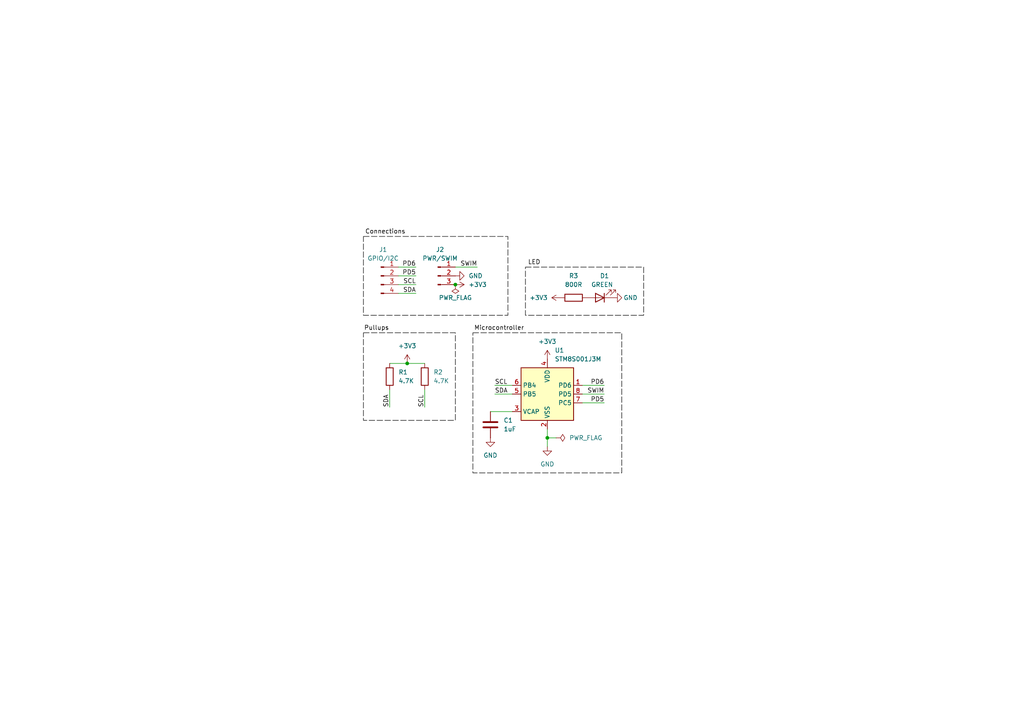
<source format=kicad_sch>
(kicad_sch (version 20250114) (generator "eeschema") (generator_version "9.0")
  (paper "A4")
  (title_block (title "STM8S001J3 | Developement board") (date "2025-11-21") (rev "1"))
  (lib_symbols
    (symbol "Connector:Conn_01x03_Pin" (pin_names (offset 1.016) (hide yes))
      (property "Reference" "J" (at 0 5.08 0))
      (property "Value" "Conn_01x03_Pin" (at 0 -5.08 0))
      (symbol "Conn_01x03_Pin_1_1"
        (rectangle (start 0.8636 2.667) (end 0 2.413) (stroke (width 0.1524)) (fill (type outline)))
        (rectangle (start 0.8636 0.127) (end 0 -0.127) (stroke (width 0.1524)) (fill (type outline)))
        (rectangle (start 0.8636 -2.413) (end 0 -2.667) (stroke (width 0.1524)) (fill (type outline)))
        (polyline (pts (xy 1.27 2.54) (xy 0.8636 2.54)) (stroke (width 0.1524)))
        (polyline (pts (xy 1.27 0) (xy 0.8636 0)) (stroke (width 0.1524)))
        (polyline (pts (xy 1.27 -2.54) (xy 0.8636 -2.54)) (stroke (width 0.1524)))
        (pin passive line (at 5.08 2.54 180) (length 3.81) (name "Pin_1") (number "1"))
        (pin passive line (at 5.08 0 180) (length 3.81) (name "Pin_2") (number "2"))
        (pin passive line (at 5.08 -2.54 180) (length 3.81) (name "Pin_3") (number "3"))
      )
    )
    (symbol "Connector:Conn_01x04_Pin" (pin_names (offset 1.016) (hide yes))
      (property "Reference" "J" (at 0 5.08 0))
      (property "Value" "Conn_01x04_Pin" (at 0 -7.62 0))
      (symbol "Conn_01x04_Pin_1_1"
        (rectangle (start 0.8636 2.667) (end 0 2.413) (stroke (width 0.1524)) (fill (type outline)))
        (rectangle (start 0.8636 0.127) (end 0 -0.127) (stroke (width 0.1524)) (fill (type outline)))
        (rectangle (start 0.8636 -2.413) (end 0 -2.667) (stroke (width 0.1524)) (fill (type outline)))
        (rectangle (start 0.8636 -4.953) (end 0 -5.207) (stroke (width 0.1524)) (fill (type outline)))
        (polyline (pts (xy 1.27 2.54) (xy 0.8636 2.54)) (stroke (width 0.1524)))
        (polyline (pts (xy 1.27 0) (xy 0.8636 0)) (stroke (width 0.1524)))
        (polyline (pts (xy 1.27 -2.54) (xy 0.8636 -2.54)) (stroke (width 0.1524)))
        (polyline (pts (xy 1.27 -5.08) (xy 0.8636 -5.08)) (stroke (width 0.1524)))
        (pin passive line (at 5.08 2.54 180) (length 3.81) (name "Pin_1") (number "1"))
        (pin passive line (at 5.08 0 180) (length 3.81) (name "Pin_2") (number "2"))
        (pin passive line (at 5.08 -2.54 180) (length 3.81) (name "Pin_3") (number "3"))
        (pin passive line (at 5.08 -5.08 180) (length 3.81) (name "Pin_4") (number "4"))
      )
    )
    (symbol "Device:C" (pin_numbers (hide yes)) (pin_names (offset 0.254))
      (property "Reference" "C" (at 0.635 2.54 0))
      (property "Value" "C" (at 0.635 -2.54 0))
      (symbol "C_0_1"
        (polyline (pts (xy -2.032 0.762) (xy 2.032 0.762)) (stroke (width 0.508)))
        (polyline (pts (xy -2.032 -0.762) (xy 2.032 -0.762)) (stroke (width 0.508)))
      )
      (symbol "C_1_1"
        (pin passive line (at 0 3.81 270) (length 2.794) (name "~") (number "1"))
        (pin passive line (at 0 -3.81 90) (length 2.794) (name "~") (number "2"))
      )
    )
    (symbol "Device:LED" (pin_numbers (hide yes)) (pin_names (offset 1.016) (hide yes))
      (property "Reference" "D" (at 0 2.54 0))
      (property "Value" "LED" (at 0 -2.54 0))
      (symbol "LED_0_1"
        (polyline (pts (xy -3.048 -0.762) (xy -4.572 -2.286) (xy -3.81 -2.286) (xy -4.572 -2.286) (xy -4.572 -1.524)))
        (polyline (pts (xy -1.778 -0.762) (xy -3.302 -2.286) (xy -2.54 -2.286) (xy -3.302 -2.286) (xy -3.302 -1.524)))
        (polyline (pts (xy -1.27 0) (xy 1.27 0)))
        (polyline (pts (xy -1.27 -1.27) (xy -1.27 1.27)) (stroke (width 0.254)))
        (polyline (pts (xy 1.27 -1.27) (xy 1.27 1.27) (xy -1.27 0) (xy 1.27 -1.27)) (stroke (width 0.254)))
      )
      (symbol "LED_1_1"
        (pin passive line (at -3.81 0 0) (length 2.54) (name "K") (number "1"))
        (pin passive line (at 3.81 0 180) (length 2.54) (name "A") (number "2"))
      )
    )
    (symbol "Device:R" (pin_numbers (hide yes)) (pin_names (offset 0))
      (property "Reference" "R" (at 2.032 0 90))
      (property "Value" "R" (at 0 0 90))
      (symbol "R_0_1"
        (rectangle (start -1.016 -2.54) (end 1.016 2.54) (stroke (width 0.254)))
      )
      (symbol "R_1_1"
        (pin passive line (at 0 3.81 270) (length 1.27) (name "~") (number "1"))
        (pin passive line (at 0 -3.81 90) (length 1.27) (name "~") (number "2"))
      )
    )
    (symbol "MCU_ST_STM8:STM8S001J3M"
      (property "Reference" "U" (at 1.27 11.43 0))
      (property "Value" "STM8S001J3M" (at 1.27 8.89 0))
      (symbol "STM8S001J3M_0_1"
        (rectangle (start -7.62 7.62) (end 7.62 -7.62) (stroke (width 0.254)) (fill (type background)))
      )
      (symbol "STM8S001J3M_1_1"
        (pin bidirectional line (at -10.16 2.54 0) (length 2.54) (name "PB4") (number "6"))
        (pin bidirectional line (at -10.16 0 0) (length 2.54) (name "PB5") (number "5"))
        (pin passive line (at -10.16 -5.08 0) (length 2.54) (name "VCAP") (number "3"))
        (pin power_in line (at 0 10.16 270) (length 2.54) (name "VDD") (number "4"))
        (pin power_in line (at 0 -10.16 90) (length 2.54) (name "VSS") (number "2"))
        (pin bidirectional line (at 10.16 2.54 180) (length 2.54) (name "PD6") (number "1"))
        (pin bidirectional line (at 10.16 0 180) (length 2.54) (name "PD5") (number "8"))
        (pin bidirectional line (at 10.16 -2.54 180) (length 2.54) (name "PC5") (number "7"))
      )
    )
    (symbol "power:+5V" (power) (pin_numbers (hide yes)) (pin_names (offset 0) (hide yes))
      (property "Value" "+5V" (at 0 3.556 0))
      (symbol "+5V_0_1"
        (polyline (pts (xy -0.762 1.27) (xy 0 2.54)))
        (polyline (pts (xy 0 2.54) (xy 0.762 1.27)))
        (polyline (pts (xy 0 0) (xy 0 2.54)))
      )
      (symbol "+5V_1_1"
        (pin power_in line (at 0 0 90) (length 0) (name "~") (number "1"))
      )
    )
    (symbol "power:GND" (power) (pin_numbers (hide yes)) (pin_names (offset 0) (hide yes))
      (property "Value" "GND" (at 0 -3.81 0))
      (symbol "GND_0_1"
        (polyline (pts (xy 0 0) (xy 0 -1.27) (xy 1.27 -1.27) (xy 0 -2.54) (xy -1.27 -1.27) (xy 0 -1.27)))
      )
      (symbol "GND_1_1"
        (pin power_in line (at 0 0 270) (length 0) (name "~") (number "1"))
      )
    )
    (symbol "power:PWR_FLAG" (power) (pin_numbers (hide yes)) (pin_names (offset 0) (hide yes))
      (property "Value" "PWR_FLAG" (at 0 3.81 0))
      (symbol "PWR_FLAG_0_0"
        (pin power_out line (at 0 0 90) (length 0) (name "~") (number "1"))
      )
      (symbol "PWR_FLAG_0_1"
        (polyline (pts (xy 0 0) (xy 0 1.27) (xy -1.016 1.905) (xy 0 2.54) (xy 1.016 1.905) (xy 0 1.27)))
      )
    )
  )
  (rectangle (start 105.41 96.52) (end 132.08 121.92) (stroke (width 0) (type dash) (color 0 0 0 1)))
  (rectangle (start 105.41 68.58) (end 147.32 91.44) (stroke (width 0) (type dash) (color 0 0 0 1)))
  (rectangle (start 152.4 77.47) (end 186.69 91.44) (stroke (width 0) (type dash) (color 0 0 0 1)))
  (rectangle (start 137.16 96.52) (end 180.34 137.16) (stroke (width 0) (type dash) (color 0 0 0 1)))
  (text "Connections" (at 111.76 67.31 0) (effects (font (size 1.27 1.27))))
  (text "Microcontroller" (at 144.78 95.25 0) (effects (font (size 1.27 1.27))))
  (text "Pullups" (at 109.22 95.25 0) (effects (font (size 1.27 1.27))))
  (text "LED" (at 154.94 76.2 0) (effects (font (size 1.27 1.27))))
  (junction (at 118.11 105.41))
  (junction (at 132.08 82.55))
  (junction (at 158.75 127))
  (wire (pts (xy 113.03 113.03) (xy 113.03 118.11)))
  (wire (pts (xy 168.91 116.84) (xy 175.26 116.84)))
  (wire (pts (xy 115.57 80.01) (xy 120.65 80.01)))
  (wire (pts (xy 143.51 111.76) (xy 148.59 111.76)))
  (wire (pts (xy 158.75 127) (xy 158.75 124.46)))
  (wire (pts (xy 148.59 119.38) (xy 142.24 119.38)))
  (wire (pts (xy 158.75 129.54) (xy 158.75 127)))
  (wire (pts (xy 118.11 105.41) (xy 123.19 105.41)))
  (wire (pts (xy 143.51 114.3) (xy 148.59 114.3)))
  (wire (pts (xy 168.91 114.3) (xy 175.26 114.3)))
  (wire (pts (xy 115.57 85.09) (xy 120.65 85.09)))
  (wire (pts (xy 132.08 77.47) (xy 138.43 77.47)))
  (wire (pts (xy 158.75 127) (xy 161.29 127)))
  (wire (pts (xy 168.91 111.76) (xy 175.26 111.76)))
  (wire (pts (xy 115.57 82.55) (xy 120.65 82.55)))
  (wire (pts (xy 113.03 105.41) (xy 118.11 105.41)))
  (wire (pts (xy 115.57 77.47) (xy 120.65 77.47)))
  (wire (pts (xy 123.19 113.03) (xy 123.19 118.11)))
  (label "SCL" (at 123.19 118.11 90))
  (label "SDA" (at 113.03 118.11 90))
  (label "SCL" (at 120.65 82.55 180))
  (label "PD5" (at 120.65 80.01 180))
  (label "SDA" (at 120.65 85.09 180))
  (label "PD6" (at 175.26 111.76 180))
  (label "PD6" (at 120.65 77.47 180))
  (label "SCL" (at 143.51 111.76 0))
  (label "SWIM" (at 138.43 77.47 180))
  (label "SDA" (at 143.51 114.3 0))
  (label "SWIM" (at 175.26 114.3 180))
  (label "PD5" (at 175.26 116.84 180))
  (symbol (lib_id "power:PWR_FLAG") (at 161.29 127 270) (unit 1)
    (property "Reference" "#FLG02" (effects (hide yes)))
    (property "Value" "PWR_FLAG" (at 165.1 126.9999 90) (effects (justify left)))
    (property "Description" "Special symbol for telling ERC where power comes from" (effects (hide yes)))
  )
  (symbol (lib_id "power:PWR_FLAG") (at 132.08 82.55 180) (unit 1)
    (property "Reference" "#FLG01" (effects (hide yes)))
    (property "Value" "PWR_FLAG" (at 132.0801 86.36 0))
    (property "Description" "Special symbol for telling ERC where power comes from" (effects (hide yes)))
  )
  (symbol (lib_id "power:GND") (at 142.24 127 0) (unit 1)
    (property "Reference" "#PWR04" (effects (hide yes)))
    (property "Value" "GND" (at 142.24 132.08 0))
    (property "Description" "Power symbol creates a global label with name \"GND\" , ground" (effects (hide yes)))
  )
  (symbol (lib_id "Device:R") (at 113.03 109.22 0) (unit 1)
    (property "Reference" "R1" (at 115.57 107.9499 0) (effects (justify left)))
    (property "Value" "4.7K" (at 115.57 110.4899 0) (effects (justify left)))
    (property "Footprint" "Resistor_SMD:R_0603_1608Metric" (effects (hide yes)))
    (property "Description" "Resistor" (effects (hide yes)))
  )
  (symbol (lib_id "power:GND") (at 132.08 80.01 90) (unit 1)
    (property "Reference" "#PWR06" (effects (hide yes)))
    (property "Value" "GND" (at 135.89 80.0099 90) (effects (justify right)))
    (property "Description" "Power symbol creates a global label with name \"GND\" , ground" (effects (hide yes)))
  )
  (symbol (lib_id "Connector:Conn_01x04_Pin") (at 110.49 80.01 0) (unit 1)
    (property "Reference" "J1" (at 111.125 72.39 0))
    (property "Value" "GPIO/I2C" (at 111.125 74.93 0))
    (property "Footprint" "Connector_PinHeader_2.54mm:PinHeader_1x04_P2.54mm_Vertical" (effects (hide yes)))
    (property "Description" "Generic connector, single row, 01x04, script generated" (effects (hide yes)))
  )
  (symbol (lib_id "power:+5V") (at 118.11 105.41 0) (unit 1)
    (property "Reference" "#PWR08" (effects (hide yes)))
    (property "Value" "+3V3" (at 118.11 100.33 0))
    (property "Description" "Power symbol creates a global label with name \"+5V\"" (effects (hide yes)))
  )
  (symbol (lib_id "Connector:Conn_01x03_Pin") (at 127 80.01 0) (unit 1)
    (property "Reference" "J2" (at 127.635 72.39 0))
    (property "Value" "PWR/SWIM" (at 127.635 74.93 0))
    (property "Footprint" "Connector_PinHeader_2.54mm:PinHeader_1x03_P2.54mm_Vertical" (effects (hide yes)))
    (property "Description" "Generic connector, single row, 01x03, script generated" (effects (hide yes)))
  )
  (symbol (lib_id "power:+5V") (at 132.08 82.55 270) (unit 1)
    (property "Reference" "#PWR05" (effects (hide yes)))
    (property "Value" "+3V3" (at 135.89 82.5499 90) (effects (justify left)))
    (property "Description" "Power symbol creates a global label with name \"+5V\"" (effects (hide yes)))
  )
  (symbol (lib_id "Device:R") (at 166.37 86.36 90) (unit 1)
    (property "Reference" "R3" (at 166.37 80.01 90))
    (property "Value" "800R" (at 166.37 82.55 90))
    (property "Footprint" "Resistor_SMD:R_0603_1608Metric" (effects (hide yes)))
    (property "Description" "Resistor" (effects (hide yes)))
  )
  (symbol (lib_id "Device:LED") (at 173.99 86.36 180) (unit 1)
    (property "Reference" "D1" (at 173.99 80.01 0) (effects (justify right)))
    (property "Value" "GREEN" (at 171.45 82.55 0) (effects (justify right)))
    (property "Footprint" "LED_SMD:LED_0603_1608Metric" (effects (hide yes)))
    (property "Description" "Light emitting diode" (effects (hide yes)))
    (property "Sim.Pins" "1=K 2=A" (effects (hide yes)))
  )
  (symbol (lib_id "power:GND") (at 158.75 129.54 0) (unit 1)
    (property "Reference" "#PWR03" (effects (hide yes)))
    (property "Value" "GND" (at 158.75 134.62 0))
    (property "Description" "Power symbol creates a global label with name \"GND\" , ground" (effects (hide yes)))
  )
  (symbol (lib_id "Device:C") (at 142.24 123.19 0) (unit 1)
    (property "Reference" "C1" (at 146.05 121.9199 0) (effects (justify left)))
    (property "Value" "1uF" (at 146.05 124.4599 0) (effects (justify left)))
    (property "Footprint" "Capacitor_SMD:C_0603_1608Metric" (effects (hide yes)))
    (property "Description" "Unpolarized capacitor" (effects (hide yes)))
  )
  (symbol (lib_id "Device:R") (at 123.19 109.22 0) (unit 1)
    (property "Reference" "R2" (at 125.73 107.9499 0) (effects (justify left)))
    (property "Value" "4.7K" (at 125.73 110.4899 0) (effects (justify left)))
    (property "Footprint" "Resistor_SMD:R_0603_1608Metric" (effects (hide yes)))
    (property "Description" "Resistor" (effects (hide yes)))
  )
  (symbol (lib_id "power:+5V") (at 158.75 104.14 0) (unit 1)
    (property "Reference" "#PWR07" (effects (hide yes)))
    (property "Value" "+3V3" (at 158.75 99.06 0))
    (property "Description" "Power symbol creates a global label with name \"+5V\"" (effects (hide yes)))
  )
  (symbol (lib_id "power:GND") (at 177.8 86.36 90) (unit 1)
    (property "Reference" "#PWR01" (effects (hide yes)))
    (property "Value" "GND" (at 182.88 86.36 90))
    (property "Description" "Power symbol creates a global label with name \"GND\" , ground" (effects (hide yes)))
  )
  (symbol (lib_id "MCU_ST_STM8:STM8S001J3M") (at 158.75 114.3 0) (unit 1)
    (property "Reference" "U1" (at 160.8933 101.6 0) (effects (justify left)))
    (property "Value" "STM8S001J3M" (at 160.8933 104.14 0) (effects (justify left)))
    (property "Footprint" "Package_SO:SO-8_3.9x4.9mm_P1.27mm" (effects (hide yes)))
    (property "Datasheet" "https://www.st.com/resource/en/datasheet/stm8s001j3.pdf" (effects (hide yes)))
    (property "Description" "16MHz, 8K Flash, 1K RAM, 128 EEPROM, SO-8" (effects (hide yes)))
  )
  (symbol (lib_id "power:+5V") (at 162.56 86.36 90) (unit 1)
    (property "Reference" "#PWR02" (effects (hide yes)))
    (property "Value" "+3V3" (at 156.21 86.36 90))
    (property "Description" "Power symbol creates a global label with name \"+5V\"" (effects (hide yes)))
  )
)
</source>
